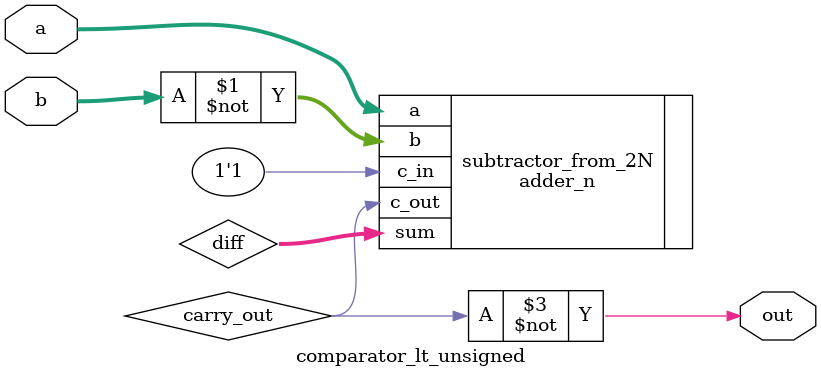
<source format=sv>
`include "./hdl/adder_n.sv"

module comparator_lt_unsigned(a, b, out);
parameter N = 32;
input wire signed [N-1:0] a, b;
output logic out;

// Using only *structural* combinational logic, make a module that computes if a is less than b!
// Note: this assumes that the two inputs are signed: aka should be interpreted as two's complement.

logic signed [N-1:0] diff;
logic carry_out;
adder_n #(.N(N)) subtractor_from_2N(.a(a), .b(~b), .c_in(1'b1), .sum(diff), .c_out(carry_out));
// computes A + (2^N - B) = 2^N + (A - B)
// if A > B, there is a carry out
// if A == B, there is a carry out (2^N carries out)
// if A < B, there is no carry out
always_comb out = ~carry_out;

// Copy any other modules you use into the HDL folder and update the Makefile accordingly.

endmodule



</source>
